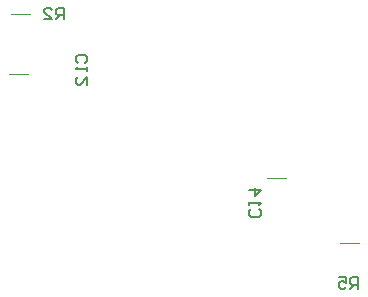
<source format=gbo>
G04*
G04 #@! TF.GenerationSoftware,Altium Limited,Altium Designer,22.8.2 (66)*
G04*
G04 Layer_Color=32896*
%FSLAX44Y44*%
%MOMM*%
G71*
G04*
G04 #@! TF.SameCoordinates,050CC896-B192-49FC-821C-D45D8B1C7AEE*
G04*
G04*
G04 #@! TF.FilePolarity,Positive*
G04*
G01*
G75*
%ADD13C,0.1000*%
%ADD14C,0.2000*%
D13*
X806948Y575998D02*
X823048D01*
X868948Y520998D02*
X885048D01*
X589952Y715002D02*
X606052D01*
X588952Y664002D02*
X605052D01*
D14*
X884331Y482002D02*
Y491998D01*
X879332D01*
X877666Y490332D01*
Y487000D01*
X879332Y485334D01*
X884331D01*
X880998D02*
X877666Y482002D01*
X867669Y491998D02*
X874334D01*
Y487000D01*
X871002Y488666D01*
X869335D01*
X867669Y487000D01*
Y483668D01*
X869335Y482002D01*
X872668D01*
X874334Y483668D01*
X635331Y710002D02*
Y719998D01*
X630332D01*
X628666Y718332D01*
Y715000D01*
X630332Y713334D01*
X635331D01*
X631998D02*
X628666Y710002D01*
X618669D02*
X625334D01*
X618669Y716666D01*
Y718332D01*
X620336Y719998D01*
X623668D01*
X625334Y718332D01*
X800332Y549169D02*
X801998Y547502D01*
Y544170D01*
X800332Y542504D01*
X793668D01*
X792002Y544170D01*
Y547502D01*
X793668Y549169D01*
X792002Y552501D02*
Y555833D01*
Y554167D01*
X801998D01*
X800332Y552501D01*
X792002Y565830D02*
X801998D01*
X797000Y560831D01*
Y567496D01*
X646668Y672831D02*
X645002Y674498D01*
Y677830D01*
X646668Y679496D01*
X653332D01*
X654998Y677830D01*
Y674498D01*
X653332Y672831D01*
X654998Y669499D02*
Y666167D01*
Y667833D01*
X645002D01*
X646668Y669499D01*
X654998Y654504D02*
Y661169D01*
X648334Y654504D01*
X646668D01*
X645002Y656170D01*
Y659502D01*
X646668Y661169D01*
M02*

</source>
